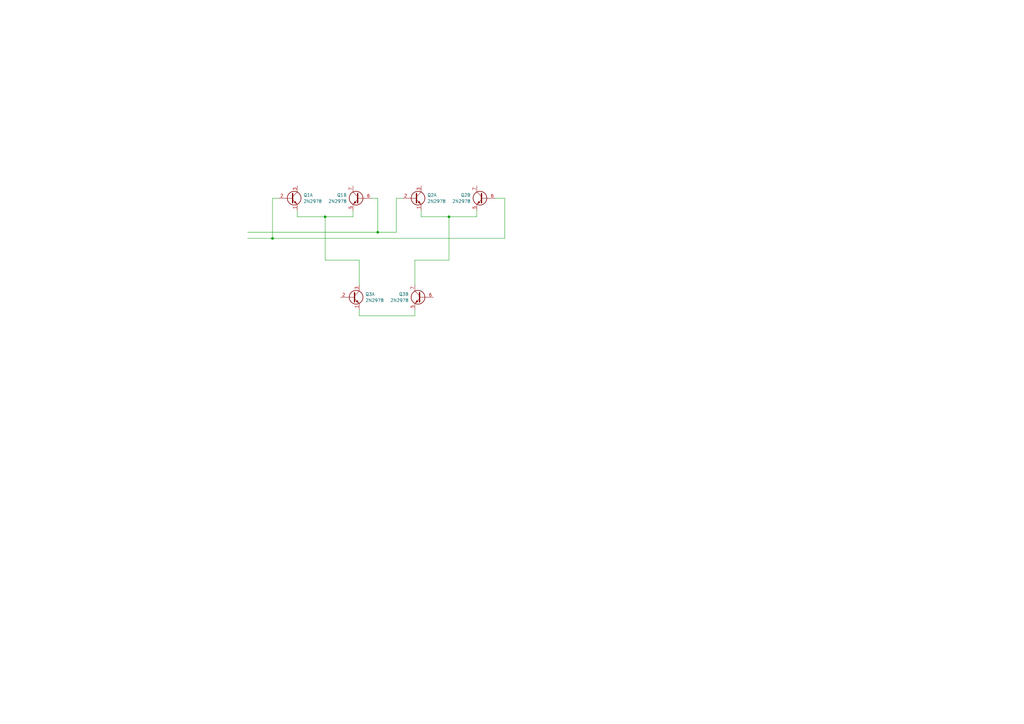
<source format=kicad_sch>
(kicad_sch (version 20250114) (generator "eeschema") (generator_version "9.0")
  (paper "A3")
  (title_block (title "Ring Modulator (Balanced Modulator)") (rev "A") (company "QuBi"))
  (lib_symbols
    (symbol "ProjectLib_Transient:2N2978" (pin_names (offset 0) (hide yes))
      (property "Reference" "Q" (at 5.08 1.27 0))
      (property "Value" "2N2978" (at 5.08 -1.27 0))
      (symbol "2N2978_0_1"
        (polyline (pts (xy 0.635 1.905) (xy 0.635 -1.905)) (stroke (width 0.508)))
        (polyline (pts (xy 0.635 0.635) (xy 2.54 2.54)))
        (polyline (pts (xy 0.635 0) (xy -2.54 0)))
        (polyline (pts (xy 0.635 -0.635) (xy 2.54 -2.54)))
        (circle (center 1.27 0) (radius 2.8194) (stroke (width 0.254)))
        (polyline (pts (xy 1.27 -1.778) (xy 1.778 -1.27) (xy 2.286 -2.286) (xy 1.27 -1.778)) (fill (type outline)))
      )
      (symbol "2N2978_1_1"
        (pin input line (at -5.08 0 0) (length 2.54) (name "B1") (number "2"))
        (pin passive line (at 2.54 5.08 270) (length 2.54) (name "C1") (number "3"))
        (pin passive line (at 2.54 -5.08 90) (length 2.54) (name "E1") (number "1"))
      )
      (symbol "2N2978_2_1"
        (pin input line (at -5.08 0 0) (length 2.54) (name "B2") (number "6"))
        (pin passive line (at 2.54 5.08 270) (length 2.54) (name "C2") (number "7"))
        (pin passive line (at 2.54 -5.08 90) (length 2.54) (name "E2") (number "5"))
      )
    )
  )
  (junction (at 154.94 95.25))
  (junction (at 133.35 88.9))
  (junction (at 184.15 88.9))
  (junction (at 111.76 97.79))
  (wire (pts (xy 165.1 81.28) (xy 162.56 81.28)))
  (wire (pts (xy 172.72 88.9) (xy 184.15 88.9)))
  (wire (pts (xy 144.78 88.9) (xy 144.78 86.36)))
  (wire (pts (xy 133.35 88.9) (xy 133.35 106.68)))
  (wire (pts (xy 101.6 97.79) (xy 111.76 97.79)))
  (wire (pts (xy 170.18 129.54) (xy 170.18 127)))
  (wire (pts (xy 111.76 81.28) (xy 114.3 81.28)))
  (wire (pts (xy 147.32 127) (xy 147.32 129.54)))
  (wire (pts (xy 184.15 88.9) (xy 195.58 88.9)))
  (wire (pts (xy 111.76 97.79) (xy 111.76 81.28)))
  (wire (pts (xy 162.56 81.28) (xy 162.56 95.25)))
  (wire (pts (xy 121.92 86.36) (xy 121.92 88.9)))
  (wire (pts (xy 152.4 81.28) (xy 154.94 81.28)))
  (wire (pts (xy 170.18 116.84) (xy 170.18 106.68)))
  (wire (pts (xy 133.35 106.68) (xy 147.32 106.68)))
  (wire (pts (xy 207.01 81.28) (xy 203.2 81.28)))
  (wire (pts (xy 184.15 106.68) (xy 184.15 88.9)))
  (wire (pts (xy 154.94 81.28) (xy 154.94 95.25)))
  (wire (pts (xy 133.35 88.9) (xy 144.78 88.9)))
  (wire (pts (xy 154.94 95.25) (xy 162.56 95.25)))
  (wire (pts (xy 121.92 88.9) (xy 133.35 88.9)))
  (wire (pts (xy 170.18 106.68) (xy 184.15 106.68)))
  (wire (pts (xy 111.76 97.79) (xy 207.01 97.79)))
  (wire (pts (xy 147.32 129.54) (xy 170.18 129.54)))
  (wire (pts (xy 101.6 95.25) (xy 154.94 95.25)))
  (wire (pts (xy 195.58 88.9) (xy 195.58 86.36)))
  (wire (pts (xy 207.01 97.79) (xy 207.01 81.28)))
  (wire (pts (xy 172.72 86.36) (xy 172.72 88.9)))
  (wire (pts (xy 147.32 106.68) (xy 147.32 116.84)))
  (symbol (lib_id "ProjectLib_Transient:2N2978") (at 198.12 81.28 0) (mirror y) (unit 2)
    (property "Reference" "Q2" (at 193.04 80.0099 0) (effects (justify left)))
    (property "Value" "2N2978" (at 193.04 82.5499 0) (effects (justify left)))
    (property "Footprint" "ProjectLib_Transient:TO-5-6" (effects (hide yes)))
    (property "Description" "Dual NPN transistor, 6 pin package" (effects (hide yes)))
  )
  (symbol (lib_id "ProjectLib_Transient:2N2978") (at 170.18 81.28 0) (unit 1)
    (property "Reference" "Q2" (at 175.26 80.0099 0) (effects (justify left)))
    (property "Value" "2N2978" (at 175.26 82.5499 0) (effects (justify left)))
    (property "Footprint" "ProjectLib_Transient:TO-5-6" (effects (hide yes)))
    (property "Description" "Dual NPN transistor, 6 pin package" (effects (hide yes)))
  )
  (symbol (lib_id "ProjectLib_Transient:2N2978") (at 172.72 121.92 0) (mirror y) (unit 2)
    (property "Reference" "Q3" (at 167.64 120.6499 0) (effects (justify left)))
    (property "Value" "2N2978" (at 167.64 123.1899 0) (effects (justify left)))
    (property "Footprint" "ProjectLib_Transient:TO-5-6" (effects (hide yes)))
    (property "Description" "Dual NPN transistor, 6 pin package" (effects (hide yes)))
  )
  (symbol (lib_id "ProjectLib_Transient:2N2978") (at 144.78 121.92 0) (unit 1)
    (property "Reference" "Q3" (at 149.86 120.6499 0) (effects (justify left)))
    (property "Value" "2N2978" (at 149.86 123.1899 0) (effects (justify left)))
    (property "Footprint" "ProjectLib_Transient:TO-5-6" (effects (hide yes)))
    (property "Description" "Dual NPN transistor, 6 pin package" (effects (hide yes)))
  )
  (symbol (lib_id "ProjectLib_Transient:2N2978") (at 119.38 81.28 0) (unit 1)
    (property "Reference" "Q1" (at 124.46 80.0099 0) (effects (justify left)))
    (property "Value" "2N2978" (at 124.46 82.5499 0) (effects (justify left)))
    (property "Footprint" "ProjectLib_Transient:TO-5-6" (effects (hide yes)))
    (property "Description" "Dual NPN transistor, 6 pin package" (effects (hide yes)))
  )
  (symbol (lib_id "ProjectLib_Transient:2N2978") (at 147.32 81.28 0) (mirror y) (unit 2)
    (property "Reference" "Q1" (at 142.24 80.0099 0) (effects (justify left)))
    (property "Value" "2N2978" (at 142.24 82.5499 0) (effects (justify left)))
    (property "Footprint" "ProjectLib_Transient:TO-5-6" (effects (hide yes)))
    (property "Description" "Dual NPN transistor, 6 pin package" (effects (hide yes)))
  )
)
</source>
